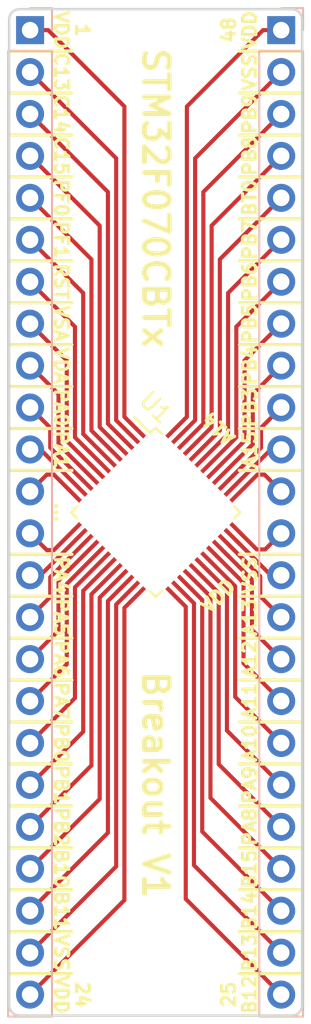
<source format=kicad_pcb>
(kicad_pcb (version 20171130) (host pcbnew "(5.0.0)")

  (general
    (thickness 1.6)
    (drawings 105)
    (tracks 178)
    (zones 0)
    (modules 3)
    (nets 49)
  )

  (page USLetter)
  (title_block
    (title "STM32F070CBTx Breakout")
    (date 2018-09-15)
    (rev 1)
    (company "Alex M.")
  )

  (layers
    (0 F.Cu signal)
    (31 B.Cu signal)
    (32 B.Adhes user)
    (33 F.Adhes user)
    (34 B.Paste user)
    (35 F.Paste user)
    (36 B.SilkS user)
    (37 F.SilkS user)
    (38 B.Mask user hide)
    (39 F.Mask user hide)
    (40 Dwgs.User user)
    (41 Cmts.User user)
    (42 Eco1.User user)
    (43 Eco2.User user)
    (44 Edge.Cuts user)
    (45 Margin user)
    (46 B.CrtYd user hide)
    (47 F.CrtYd user hide)
    (48 B.Fab user hide)
    (49 F.Fab user hide)
  )

  (setup
    (last_trace_width 0.25)
    (trace_clearance 0.2499)
    (zone_clearance 0.508)
    (zone_45_only no)
    (trace_min 0.2)
    (segment_width 0.2)
    (edge_width 0.15)
    (via_size 0.8)
    (via_drill 0.4)
    (via_min_size 0.4)
    (via_min_drill 0.3)
    (uvia_size 0.3)
    (uvia_drill 0.1)
    (uvias_allowed no)
    (uvia_min_size 0.2)
    (uvia_min_drill 0.1)
    (pcb_text_width 0.3)
    (pcb_text_size 1.5 1.5)
    (mod_edge_width 0.15)
    (mod_text_size 1 1)
    (mod_text_width 0.15)
    (pad_size 1.524 1.524)
    (pad_drill 0.762)
    (pad_to_mask_clearance 0.2)
    (aux_axis_origin 0 0)
    (visible_elements 7FFFFFFF)
    (pcbplotparams
      (layerselection 0x010fc_ffffffff)
      (usegerberextensions false)
      (usegerberattributes false)
      (usegerberadvancedattributes false)
      (creategerberjobfile false)
      (excludeedgelayer true)
      (linewidth 0.100000)
      (plotframeref false)
      (viasonmask false)
      (mode 1)
      (useauxorigin false)
      (hpglpennumber 1)
      (hpglpenspeed 20)
      (hpglpendiameter 15.000000)
      (psnegative false)
      (psa4output false)
      (plotreference true)
      (plotvalue true)
      (plotinvisibletext false)
      (padsonsilk false)
      (subtractmaskfromsilk false)
      (outputformat 1)
      (mirror false)
      (drillshape 1)
      (scaleselection 1)
      (outputdirectory ""))
  )

  (net 0 "")
  (net 1 1)
  (net 2 2)
  (net 3 3)
  (net 4 4)
  (net 5 5)
  (net 6 6)
  (net 7 7)
  (net 8 8)
  (net 9 9)
  (net 10 10)
  (net 11 11)
  (net 12 12)
  (net 13 13)
  (net 14 14)
  (net 15 15)
  (net 16 16)
  (net 17 17)
  (net 18 18)
  (net 19 19)
  (net 20 20)
  (net 21 21)
  (net 22 22)
  (net 23 23)
  (net 24 24)
  (net 25 25)
  (net 26 26)
  (net 27 27)
  (net 28 28)
  (net 29 29)
  (net 30 30)
  (net 31 31)
  (net 32 32)
  (net 33 33)
  (net 34 34)
  (net 35 35)
  (net 36 36)
  (net 37 37)
  (net 38 38)
  (net 39 39)
  (net 40 40)
  (net 41 41)
  (net 42 42)
  (net 43 43)
  (net 44 44)
  (net 45 45)
  (net 46 46)
  (net 47 47)
  (net 48 48)

  (net_class Default "This is the default net class."
    (clearance 0.2499)
    (trace_width 0.25)
    (via_dia 0.8)
    (via_drill 0.4)
    (uvia_dia 0.3)
    (uvia_drill 0.1)
    (add_net 1)
    (add_net 10)
    (add_net 11)
    (add_net 12)
    (add_net 13)
    (add_net 14)
    (add_net 15)
    (add_net 16)
    (add_net 17)
    (add_net 18)
    (add_net 19)
    (add_net 2)
    (add_net 20)
    (add_net 21)
    (add_net 22)
    (add_net 23)
    (add_net 24)
    (add_net 25)
    (add_net 26)
    (add_net 27)
    (add_net 28)
    (add_net 29)
    (add_net 3)
    (add_net 30)
    (add_net 31)
    (add_net 32)
    (add_net 33)
    (add_net 34)
    (add_net 35)
    (add_net 36)
    (add_net 37)
    (add_net 38)
    (add_net 39)
    (add_net 4)
    (add_net 40)
    (add_net 41)
    (add_net 42)
    (add_net 43)
    (add_net 44)
    (add_net 45)
    (add_net 46)
    (add_net 47)
    (add_net 48)
    (add_net 5)
    (add_net 6)
    (add_net 7)
    (add_net 8)
    (add_net 9)
  )

  (module Pin_Headers:Pin_Header_Straight_1x24_Pitch2.54mm (layer B.Cu) (tedit 5B9D5E3A) (tstamp 5B9D5E38)
    (at 144.78 73.66 180)
    (descr "Through hole straight pin header, 1x24, 2.54mm pitch, single row")
    (tags "Through hole pin header THT 1x24 2.54mm single row")
    (path /5B9D5E20)
    (fp_text reference X2 (at 0 2.33 180) (layer B.SilkS) hide
      (effects (font (size 1 1) (thickness 0.15)) (justify mirror))
    )
    (fp_text value Conn_01x24 (at 0 -60.75 180) (layer B.Fab)
      (effects (font (size 1 1) (thickness 0.15)) (justify mirror))
    )
    (fp_text user %R (at 0 -29.21 90) (layer B.Fab)
      (effects (font (size 1 1) (thickness 0.15)) (justify mirror))
    )
    (fp_line (start 1.8 1.8) (end -1.8 1.8) (layer B.CrtYd) (width 0.05))
    (fp_line (start 1.8 -60.2) (end 1.8 1.8) (layer B.CrtYd) (width 0.05))
    (fp_line (start -1.8 -60.2) (end 1.8 -60.2) (layer B.CrtYd) (width 0.05))
    (fp_line (start -1.8 1.8) (end -1.8 -60.2) (layer B.CrtYd) (width 0.05))
    (fp_line (start -1.33 1.33) (end 0 1.33) (layer B.SilkS) (width 0.12))
    (fp_line (start -1.33 0) (end -1.33 1.33) (layer B.SilkS) (width 0.12))
    (fp_line (start -1.33 -1.27) (end 1.33 -1.27) (layer B.SilkS) (width 0.12))
    (fp_line (start 1.33 -1.27) (end 1.33 -59.75) (layer B.SilkS) (width 0.12))
    (fp_line (start -1.33 -1.27) (end -1.33 -59.75) (layer B.SilkS) (width 0.12))
    (fp_line (start -1.33 -59.75) (end 1.33 -59.75) (layer B.SilkS) (width 0.12))
    (fp_line (start -1.27 0.635) (end -0.635 1.27) (layer B.Fab) (width 0.1))
    (fp_line (start -1.27 -59.69) (end -1.27 0.635) (layer B.Fab) (width 0.1))
    (fp_line (start 1.27 -59.69) (end -1.27 -59.69) (layer B.Fab) (width 0.1))
    (fp_line (start 1.27 1.27) (end 1.27 -59.69) (layer B.Fab) (width 0.1))
    (fp_line (start -0.635 1.27) (end 1.27 1.27) (layer B.Fab) (width 0.1))
    (pad 24 thru_hole oval (at 0 -58.42 180) (size 1.7 1.7) (drill 1) (layers *.Cu *.Mask)
      (net 25 25))
    (pad 23 thru_hole oval (at 0 -55.88 180) (size 1.7 1.7) (drill 1) (layers *.Cu *.Mask)
      (net 26 26))
    (pad 22 thru_hole oval (at 0 -53.34 180) (size 1.7 1.7) (drill 1) (layers *.Cu *.Mask)
      (net 27 27))
    (pad 21 thru_hole oval (at 0 -50.8 180) (size 1.7 1.7) (drill 1) (layers *.Cu *.Mask)
      (net 28 28))
    (pad 20 thru_hole oval (at 0 -48.26 180) (size 1.7 1.7) (drill 1) (layers *.Cu *.Mask)
      (net 29 29))
    (pad 19 thru_hole oval (at 0 -45.72 180) (size 1.7 1.7) (drill 1) (layers *.Cu *.Mask)
      (net 30 30))
    (pad 18 thru_hole oval (at 0 -43.18 180) (size 1.7 1.7) (drill 1) (layers *.Cu *.Mask)
      (net 31 31))
    (pad 17 thru_hole oval (at 0 -40.64 180) (size 1.7 1.7) (drill 1) (layers *.Cu *.Mask)
      (net 32 32))
    (pad 16 thru_hole oval (at 0 -38.1 180) (size 1.7 1.7) (drill 1) (layers *.Cu *.Mask)
      (net 33 33))
    (pad 15 thru_hole oval (at 0 -35.56 180) (size 1.7 1.7) (drill 1) (layers *.Cu *.Mask)
      (net 34 34))
    (pad 14 thru_hole oval (at 0 -33.02 180) (size 1.7 1.7) (drill 1) (layers *.Cu *.Mask)
      (net 35 35))
    (pad 13 thru_hole oval (at 0 -30.48 180) (size 1.7 1.7) (drill 1) (layers *.Cu *.Mask)
      (net 36 36))
    (pad 12 thru_hole oval (at 0 -27.94 180) (size 1.7 1.7) (drill 1) (layers *.Cu *.Mask)
      (net 37 37))
    (pad 11 thru_hole oval (at 0 -25.4 180) (size 1.7 1.7) (drill 1) (layers *.Cu *.Mask)
      (net 38 38))
    (pad 10 thru_hole oval (at 0 -22.86 180) (size 1.7 1.7) (drill 1) (layers *.Cu *.Mask)
      (net 39 39))
    (pad 9 thru_hole oval (at 0 -20.32 180) (size 1.7 1.7) (drill 1) (layers *.Cu *.Mask)
      (net 40 40))
    (pad 8 thru_hole oval (at 0 -17.78 180) (size 1.7 1.7) (drill 1) (layers *.Cu *.Mask)
      (net 41 41))
    (pad 7 thru_hole oval (at 0 -15.24 180) (size 1.7 1.7) (drill 1) (layers *.Cu *.Mask)
      (net 42 42))
    (pad 6 thru_hole oval (at 0 -12.7 180) (size 1.7 1.7) (drill 1) (layers *.Cu *.Mask)
      (net 43 43))
    (pad 5 thru_hole oval (at 0 -10.16 180) (size 1.7 1.7) (drill 1) (layers *.Cu *.Mask)
      (net 44 44))
    (pad 4 thru_hole oval (at 0 -7.62 180) (size 1.7 1.7) (drill 1) (layers *.Cu *.Mask)
      (net 45 45))
    (pad 3 thru_hole oval (at 0 -5.08 180) (size 1.7 1.7) (drill 1) (layers *.Cu *.Mask)
      (net 46 46))
    (pad 2 thru_hole oval (at 0 -2.54 180) (size 1.7 1.7) (drill 1) (layers *.Cu *.Mask)
      (net 47 47))
    (pad 1 thru_hole rect (at 0 0 180) (size 1.7 1.7) (drill 1) (layers *.Cu *.Mask)
      (net 48 48))
    (model ${KISYS3DMOD}/Pin_Headers.3dshapes/Pin_Header_Straight_1x24_Pitch2.54mm.wrl
      (at (xyz 0 0 0))
      (scale (xyz 1 1 1))
      (rotate (xyz 0 0 0))
    )
  )

  (module Pin_Headers:Pin_Header_Straight_1x24_Pitch2.54mm (layer B.Cu) (tedit 5B9D5E37) (tstamp 5B9D5E0C)
    (at 129.54 73.66 180)
    (descr "Through hole straight pin header, 1x24, 2.54mm pitch, single row")
    (tags "Through hole pin header THT 1x24 2.54mm single row")
    (path /5B9D5FC8)
    (fp_text reference X1 (at 0 2.33 180) (layer B.SilkS) hide
      (effects (font (size 1 1) (thickness 0.15)) (justify mirror))
    )
    (fp_text value Conn_01x24 (at 0 -60.75 180) (layer B.Fab)
      (effects (font (size 1 1) (thickness 0.15)) (justify mirror))
    )
    (fp_line (start -0.635 1.27) (end 1.27 1.27) (layer B.Fab) (width 0.1))
    (fp_line (start 1.27 1.27) (end 1.27 -59.69) (layer B.Fab) (width 0.1))
    (fp_line (start 1.27 -59.69) (end -1.27 -59.69) (layer B.Fab) (width 0.1))
    (fp_line (start -1.27 -59.69) (end -1.27 0.635) (layer B.Fab) (width 0.1))
    (fp_line (start -1.27 0.635) (end -0.635 1.27) (layer B.Fab) (width 0.1))
    (fp_line (start -1.33 -59.75) (end 1.33 -59.75) (layer B.SilkS) (width 0.12))
    (fp_line (start -1.33 -1.27) (end -1.33 -59.75) (layer B.SilkS) (width 0.12))
    (fp_line (start 1.33 -1.27) (end 1.33 -59.75) (layer B.SilkS) (width 0.12))
    (fp_line (start -1.33 -1.27) (end 1.33 -1.27) (layer B.SilkS) (width 0.12))
    (fp_line (start -1.33 0) (end -1.33 1.33) (layer B.SilkS) (width 0.12))
    (fp_line (start -1.33 1.33) (end 0 1.33) (layer B.SilkS) (width 0.12))
    (fp_line (start -1.8 1.8) (end -1.8 -60.2) (layer B.CrtYd) (width 0.05))
    (fp_line (start -1.8 -60.2) (end 1.8 -60.2) (layer B.CrtYd) (width 0.05))
    (fp_line (start 1.8 -60.2) (end 1.8 1.8) (layer B.CrtYd) (width 0.05))
    (fp_line (start 1.8 1.8) (end -1.8 1.8) (layer B.CrtYd) (width 0.05))
    (fp_text user %R (at 0 -29.21 90) (layer B.Fab)
      (effects (font (size 1 1) (thickness 0.15)) (justify mirror))
    )
    (pad 1 thru_hole rect (at 0 0 180) (size 1.7 1.7) (drill 1) (layers *.Cu *.Mask)
      (net 1 1))
    (pad 2 thru_hole oval (at 0 -2.54 180) (size 1.7 1.7) (drill 1) (layers *.Cu *.Mask)
      (net 2 2))
    (pad 3 thru_hole oval (at 0 -5.08 180) (size 1.7 1.7) (drill 1) (layers *.Cu *.Mask)
      (net 3 3))
    (pad 4 thru_hole oval (at 0 -7.62 180) (size 1.7 1.7) (drill 1) (layers *.Cu *.Mask)
      (net 4 4))
    (pad 5 thru_hole oval (at 0 -10.16 180) (size 1.7 1.7) (drill 1) (layers *.Cu *.Mask)
      (net 5 5))
    (pad 6 thru_hole oval (at 0 -12.7 180) (size 1.7 1.7) (drill 1) (layers *.Cu *.Mask)
      (net 6 6))
    (pad 7 thru_hole oval (at 0 -15.24 180) (size 1.7 1.7) (drill 1) (layers *.Cu *.Mask)
      (net 7 7))
    (pad 8 thru_hole oval (at 0 -17.78 180) (size 1.7 1.7) (drill 1) (layers *.Cu *.Mask)
      (net 8 8))
    (pad 9 thru_hole oval (at 0 -20.32 180) (size 1.7 1.7) (drill 1) (layers *.Cu *.Mask)
      (net 9 9))
    (pad 10 thru_hole oval (at 0 -22.86 180) (size 1.7 1.7) (drill 1) (layers *.Cu *.Mask)
      (net 10 10))
    (pad 11 thru_hole oval (at 0 -25.4 180) (size 1.7 1.7) (drill 1) (layers *.Cu *.Mask)
      (net 11 11))
    (pad 12 thru_hole oval (at 0 -27.94 180) (size 1.7 1.7) (drill 1) (layers *.Cu *.Mask)
      (net 12 12))
    (pad 13 thru_hole oval (at 0 -30.48 180) (size 1.7 1.7) (drill 1) (layers *.Cu *.Mask)
      (net 13 13))
    (pad 14 thru_hole oval (at 0 -33.02 180) (size 1.7 1.7) (drill 1) (layers *.Cu *.Mask)
      (net 14 14))
    (pad 15 thru_hole oval (at 0 -35.56 180) (size 1.7 1.7) (drill 1) (layers *.Cu *.Mask)
      (net 15 15))
    (pad 16 thru_hole oval (at 0 -38.1 180) (size 1.7 1.7) (drill 1) (layers *.Cu *.Mask)
      (net 16 16))
    (pad 17 thru_hole oval (at 0 -40.64 180) (size 1.7 1.7) (drill 1) (layers *.Cu *.Mask)
      (net 17 17))
    (pad 18 thru_hole oval (at 0 -43.18 180) (size 1.7 1.7) (drill 1) (layers *.Cu *.Mask)
      (net 18 18))
    (pad 19 thru_hole oval (at 0 -45.72 180) (size 1.7 1.7) (drill 1) (layers *.Cu *.Mask)
      (net 19 19))
    (pad 20 thru_hole oval (at 0 -48.26 180) (size 1.7 1.7) (drill 1) (layers *.Cu *.Mask)
      (net 20 20))
    (pad 21 thru_hole oval (at 0 -50.8 180) (size 1.7 1.7) (drill 1) (layers *.Cu *.Mask)
      (net 21 21))
    (pad 22 thru_hole oval (at 0 -53.34 180) (size 1.7 1.7) (drill 1) (layers *.Cu *.Mask)
      (net 22 22))
    (pad 23 thru_hole oval (at 0 -55.88 180) (size 1.7 1.7) (drill 1) (layers *.Cu *.Mask)
      (net 23 23))
    (pad 24 thru_hole oval (at 0 -58.42 180) (size 1.7 1.7) (drill 1) (layers *.Cu *.Mask)
      (net 24 24))
    (model ${KISYS3DMOD}/Pin_Headers.3dshapes/Pin_Header_Straight_1x24_Pitch2.54mm.wrl
      (at (xyz 0 0 0))
      (scale (xyz 1 1 1))
      (rotate (xyz 0 0 0))
    )
  )

  (module Housings_QFP:LQFP-48_7x7mm_Pitch0.5mm (layer F.Cu) (tedit 54130A77) (tstamp 5B9D6929)
    (at 137.16 102.87 315)
    (descr "48 LEAD LQFP 7x7mm (see MICREL LQFP7x7-48LD-PL-1.pdf)")
    (tags "QFP 0.5")
    (path /5B9D53D4)
    (attr smd)
    (fp_text reference U1 (at -4.490128 -4.490128 315) (layer F.SilkS)
      (effects (font (size 1 1) (thickness 0.15)))
    )
    (fp_text value STM32F070CBTx (at 0 6 315) (layer F.Fab)
      (effects (font (size 1 1) (thickness 0.15)))
    )
    (fp_text user %R (at 0 0 315) (layer F.Fab)
      (effects (font (size 1 1) (thickness 0.15)))
    )
    (fp_line (start -2.5 -3.5) (end 3.5 -3.5) (layer F.Fab) (width 0.15))
    (fp_line (start 3.5 -3.5) (end 3.5 3.5) (layer F.Fab) (width 0.15))
    (fp_line (start 3.5 3.5) (end -3.5 3.5) (layer F.Fab) (width 0.15))
    (fp_line (start -3.5 3.5) (end -3.5 -2.5) (layer F.Fab) (width 0.15))
    (fp_line (start -3.5 -2.5) (end -2.5 -3.5) (layer F.Fab) (width 0.15))
    (fp_line (start -5.25 -5.25) (end -5.25 5.25) (layer F.CrtYd) (width 0.05))
    (fp_line (start 5.25 -5.25) (end 5.25 5.25) (layer F.CrtYd) (width 0.05))
    (fp_line (start -5.25 -5.25) (end 5.25 -5.25) (layer F.CrtYd) (width 0.05))
    (fp_line (start -5.25 5.25) (end 5.25 5.25) (layer F.CrtYd) (width 0.05))
    (fp_line (start -3.625 -3.625) (end -3.625 -3.175) (layer F.SilkS) (width 0.15))
    (fp_line (start 3.625 -3.625) (end 3.625 -3.1) (layer F.SilkS) (width 0.15))
    (fp_line (start 3.625 3.625) (end 3.625 3.1) (layer F.SilkS) (width 0.15))
    (fp_line (start -3.625 3.625) (end -3.625 3.1) (layer F.SilkS) (width 0.15))
    (fp_line (start -3.625 -3.625) (end -3.1 -3.625) (layer F.SilkS) (width 0.15))
    (fp_line (start -3.625 3.625) (end -3.1 3.625) (layer F.SilkS) (width 0.15))
    (fp_line (start 3.625 3.625) (end 3.1 3.625) (layer F.SilkS) (width 0.15))
    (fp_line (start 3.625 -3.625) (end 3.1 -3.625) (layer F.SilkS) (width 0.15))
    (fp_line (start -3.625 -3.175) (end -5 -3.175) (layer F.SilkS) (width 0.15))
    (pad 1 smd rect (at -4.35 -2.75 315) (size 1.3 0.25) (layers F.Cu F.Paste F.Mask)
      (net 1 1))
    (pad 2 smd rect (at -4.35 -2.25 315) (size 1.3 0.25) (layers F.Cu F.Paste F.Mask)
      (net 2 2))
    (pad 3 smd rect (at -4.35 -1.749999 315) (size 1.3 0.25) (layers F.Cu F.Paste F.Mask)
      (net 3 3))
    (pad 4 smd rect (at -4.35 -1.25 315) (size 1.3 0.25) (layers F.Cu F.Paste F.Mask)
      (net 4 4))
    (pad 5 smd rect (at -4.35 -0.750001 315) (size 1.3 0.25) (layers F.Cu F.Paste F.Mask)
      (net 5 5))
    (pad 6 smd rect (at -4.35 -0.25 315) (size 1.3 0.25) (layers F.Cu F.Paste F.Mask)
      (net 6 6))
    (pad 7 smd rect (at -4.35 0.25 315) (size 1.3 0.25) (layers F.Cu F.Paste F.Mask)
      (net 7 7))
    (pad 8 smd rect (at -4.35 0.750001 315) (size 1.3 0.25) (layers F.Cu F.Paste F.Mask)
      (net 8 8))
    (pad 9 smd rect (at -4.35 1.25 315) (size 1.3 0.25) (layers F.Cu F.Paste F.Mask)
      (net 9 9))
    (pad 10 smd rect (at -4.35 1.749999 315) (size 1.3 0.25) (layers F.Cu F.Paste F.Mask)
      (net 10 10))
    (pad 11 smd rect (at -4.35 2.25 315) (size 1.3 0.25) (layers F.Cu F.Paste F.Mask)
      (net 11 11))
    (pad 12 smd rect (at -4.35 2.75 315) (size 1.3 0.25) (layers F.Cu F.Paste F.Mask)
      (net 12 12))
    (pad 13 smd rect (at -2.75 4.35 45) (size 1.3 0.25) (layers F.Cu F.Paste F.Mask)
      (net 13 13))
    (pad 14 smd rect (at -2.25 4.35 45) (size 1.3 0.25) (layers F.Cu F.Paste F.Mask)
      (net 14 14))
    (pad 15 smd rect (at -1.749999 4.35 45) (size 1.3 0.25) (layers F.Cu F.Paste F.Mask)
      (net 15 15))
    (pad 16 smd rect (at -1.25 4.35 45) (size 1.3 0.25) (layers F.Cu F.Paste F.Mask)
      (net 16 16))
    (pad 17 smd rect (at -0.750001 4.35 45) (size 1.3 0.25) (layers F.Cu F.Paste F.Mask)
      (net 17 17))
    (pad 18 smd rect (at -0.25 4.35 45) (size 1.3 0.25) (layers F.Cu F.Paste F.Mask)
      (net 18 18))
    (pad 19 smd rect (at 0.25 4.35 45) (size 1.3 0.25) (layers F.Cu F.Paste F.Mask)
      (net 19 19))
    (pad 20 smd rect (at 0.750001 4.35 45) (size 1.3 0.25) (layers F.Cu F.Paste F.Mask)
      (net 20 20))
    (pad 21 smd rect (at 1.25 4.35 45) (size 1.3 0.25) (layers F.Cu F.Paste F.Mask)
      (net 21 21))
    (pad 22 smd rect (at 1.749999 4.35 45) (size 1.3 0.25) (layers F.Cu F.Paste F.Mask)
      (net 22 22))
    (pad 23 smd rect (at 2.25 4.35 45) (size 1.3 0.25) (layers F.Cu F.Paste F.Mask)
      (net 23 23))
    (pad 24 smd rect (at 2.75 4.35 45) (size 1.3 0.25) (layers F.Cu F.Paste F.Mask)
      (net 24 24))
    (pad 25 smd rect (at 4.35 2.75 315) (size 1.3 0.25) (layers F.Cu F.Paste F.Mask)
      (net 25 25))
    (pad 26 smd rect (at 4.35 2.25 315) (size 1.3 0.25) (layers F.Cu F.Paste F.Mask)
      (net 26 26))
    (pad 27 smd rect (at 4.35 1.749999 315) (size 1.3 0.25) (layers F.Cu F.Paste F.Mask)
      (net 27 27))
    (pad 28 smd rect (at 4.35 1.25 315) (size 1.3 0.25) (layers F.Cu F.Paste F.Mask)
      (net 28 28))
    (pad 29 smd rect (at 4.35 0.750001 315) (size 1.3 0.25) (layers F.Cu F.Paste F.Mask)
      (net 29 29))
    (pad 30 smd rect (at 4.35 0.25 315) (size 1.3 0.25) (layers F.Cu F.Paste F.Mask)
      (net 30 30))
    (pad 31 smd rect (at 4.35 -0.25 315) (size 1.3 0.25) (layers F.Cu F.Paste F.Mask)
      (net 31 31))
    (pad 32 smd rect (at 4.35 -0.750001 315) (size 1.3 0.25) (layers F.Cu F.Paste F.Mask)
      (net 32 32))
    (pad 33 smd rect (at 4.35 -1.25 315) (size 1.3 0.25) (layers F.Cu F.Paste F.Mask)
      (net 33 33))
    (pad 34 smd rect (at 4.35 -1.749999 315) (size 1.3 0.25) (layers F.Cu F.Paste F.Mask)
      (net 34 34))
    (pad 35 smd rect (at 4.35 -2.25 315) (size 1.3 0.25) (layers F.Cu F.Paste F.Mask)
      (net 35 35))
    (pad 36 smd rect (at 4.35 -2.75 315) (size 1.3 0.25) (layers F.Cu F.Paste F.Mask)
      (net 36 36))
    (pad 37 smd rect (at 2.75 -4.35 45) (size 1.3 0.25) (layers F.Cu F.Paste F.Mask)
      (net 37 37))
    (pad 38 smd rect (at 2.25 -4.35 45) (size 1.3 0.25) (layers F.Cu F.Paste F.Mask)
      (net 38 38))
    (pad 39 smd rect (at 1.749999 -4.35 45) (size 1.3 0.25) (layers F.Cu F.Paste F.Mask)
      (net 39 39))
    (pad 40 smd rect (at 1.25 -4.35 45) (size 1.3 0.25) (layers F.Cu F.Paste F.Mask)
      (net 40 40))
    (pad 41 smd rect (at 0.750001 -4.35 45) (size 1.3 0.25) (layers F.Cu F.Paste F.Mask)
      (net 41 41))
    (pad 42 smd rect (at 0.25 -4.35 45) (size 1.3 0.25) (layers F.Cu F.Paste F.Mask)
      (net 42 42))
    (pad 43 smd rect (at -0.25 -4.35 45) (size 1.3 0.25) (layers F.Cu F.Paste F.Mask)
      (net 43 43))
    (pad 44 smd rect (at -0.750001 -4.35 45) (size 1.3 0.25) (layers F.Cu F.Paste F.Mask)
      (net 44 44))
    (pad 45 smd rect (at -1.25 -4.35 45) (size 1.3 0.25) (layers F.Cu F.Paste F.Mask)
      (net 45 45))
    (pad 46 smd rect (at -1.749999 -4.35 45) (size 1.3 0.25) (layers F.Cu F.Paste F.Mask)
      (net 46 46))
    (pad 47 smd rect (at -2.25 -4.35 45) (size 1.3 0.25) (layers F.Cu F.Paste F.Mask)
      (net 47 47))
    (pad 48 smd rect (at -2.75 -4.35 45) (size 1.3 0.25) (layers F.Cu F.Paste F.Mask)
      (net 48 48))
    (model ${KISYS3DMOD}/Housings_QFP.3dshapes/LQFP-48_7x7mm_Pitch0.5mm.wrl
      (at (xyz 0 0 0))
      (scale (xyz 1 1 1))
      (rotate (xyz 0 0 0))
    )
  )

  (gr_text "Breakout V1" (at 137.16 119.38 270) (layer F.SilkS) (tstamp 5B9D848F)
    (effects (font (size 1.5 1.5) (thickness 0.3)))
  )
  (gr_text STM32F070CBTx (at 137.16 83.82 270) (layer F.SilkS) (tstamp 5B9D848A)
    (effects (font (size 1.5 1.5) (thickness 0.3)))
  )
  (gr_text VDD (at 142.875 73.66 90) (layer F.SilkS) (tstamp 5B9D8470)
    (effects (font (size 0.8 0.8) (thickness 0.2)))
  )
  (gr_text VSS (at 142.875 76.2 90) (layer F.SilkS) (tstamp 5B9D846E)
    (effects (font (size 0.8 0.8) (thickness 0.2)))
  )
  (gr_text PB9 (at 142.875 78.74 90) (layer F.SilkS) (tstamp 5B9D846C)
    (effects (font (size 0.8 0.8) (thickness 0.2)))
  )
  (gr_text PB8 (at 142.875 81.28 90) (layer F.SilkS) (tstamp 5B9D8458)
    (effects (font (size 0.8 0.8) (thickness 0.2)))
  )
  (gr_text BT0 (at 142.875 83.82 90) (layer F.SilkS) (tstamp 5B9D8456)
    (effects (font (size 0.8 0.8) (thickness 0.2)))
  )
  (gr_text PB7 (at 142.875 86.36 90) (layer F.SilkS) (tstamp 5B9D8454)
    (effects (font (size 0.8 0.8) (thickness 0.2)))
  )
  (gr_text PB6 (at 142.875 88.9 90) (layer F.SilkS) (tstamp 5B9D8452)
    (effects (font (size 0.8 0.8) (thickness 0.2)))
  )
  (gr_text PB5 (at 142.875 91.44 90) (layer F.SilkS) (tstamp 5B9D8404)
    (effects (font (size 0.8 0.8) (thickness 0.2)))
  )
  (gr_text PB4 (at 142.875 93.98 90) (layer F.SilkS) (tstamp 5B9D8402)
    (effects (font (size 0.8 0.8) (thickness 0.2)))
  )
  (gr_text A14 (at 140.97 97.79 135) (layer F.SilkS) (tstamp 5B9D82DE)
    (effects (font (size 0.8 0.8) (thickness 0.2)))
  )
  (gr_text VDD (at 140.97 107.95 45) (layer F.SilkS) (tstamp 5B9D82DC)
    (effects (font (size 0.8 0.8) (thickness 0.2)))
  )
  (gr_text A15 (at 142.875 99.06 90) (layer F.SilkS) (tstamp 5B9D824B)
    (effects (font (size 0.8 0.8) (thickness 0.2)))
  )
  (gr_line (start 142.24 100.33) (end 146.05 100.33) (layer F.SilkS) (width 0.2) (tstamp 5B9D8173))
  (gr_text PB3 (at 142.875 96.52 90) (layer F.SilkS) (tstamp 5B9D8048)
    (effects (font (size 0.8 0.8) (thickness 0.2)))
  )
  (gr_line (start 142.24 105.41) (end 146.05 105.41) (layer F.SilkS) (width 0.2) (tstamp 5B9D7FFF))
  (gr_text VSS (at 142.875 106.68 90) (layer F.SilkS) (tstamp 5B9D7FB6)
    (effects (font (size 0.8 0.8) (thickness 0.2)))
  )
  (gr_text A13 (at 142.875 109.22 90) (layer F.SilkS) (tstamp 5B9D7FB4)
    (effects (font (size 0.8 0.8) (thickness 0.2)))
  )
  (gr_text A12 (at 142.875 111.76 90) (layer F.SilkS) (tstamp 5B9D7FB2)
    (effects (font (size 0.8 0.8) (thickness 0.2)))
  )
  (gr_text A11 (at 142.875 114.3 90) (layer F.SilkS) (tstamp 5B9D7FB0)
    (effects (font (size 0.8 0.8) (thickness 0.2)))
  )
  (gr_text A10 (at 142.875 116.84 90) (layer F.SilkS) (tstamp 5B9D7FAE)
    (effects (font (size 0.8 0.8) (thickness 0.2)))
  )
  (gr_text PA9 (at 142.875 119.38 90) (layer F.SilkS) (tstamp 5B9D7FAC)
    (effects (font (size 0.8 0.8) (thickness 0.2)))
  )
  (gr_text 48 (at 141.605 73.66 90) (layer F.SilkS) (tstamp 5B9D7F9E)
    (effects (font (size 0.8 0.8) (thickness 0.2)))
  )
  (gr_text 25 (at 141.605 132.08 90) (layer F.SilkS) (tstamp 5B9D7F98)
    (effects (font (size 0.8 0.8) (thickness 0.2)))
  )
  (gr_text 24 (at 132.715 132.08 270) (layer F.SilkS) (tstamp 5B9D7F94)
    (effects (font (size 0.8 0.8) (thickness 0.2)))
  )
  (gr_text 1 (at 132.715 73.66 270) (layer F.SilkS) (tstamp 5B9D7F8F)
    (effects (font (size 0.8 0.8) (thickness 0.2)))
  )
  (gr_text PA8 (at 142.875 121.92 90) (layer F.SilkS) (tstamp 5B9D7F8B)
    (effects (font (size 0.8 0.8) (thickness 0.2)))
  )
  (gr_text B15 (at 142.875 124.46 90) (layer F.SilkS) (tstamp 5B9D7F89)
    (effects (font (size 0.8 0.8) (thickness 0.2)))
  )
  (gr_text B14 (at 142.875 127 90) (layer F.SilkS) (tstamp 5B9D7F87)
    (effects (font (size 0.8 0.8) (thickness 0.2)))
  )
  (gr_text B13 (at 142.875 129.54 90) (layer F.SilkS) (tstamp 5B9D7F85)
    (effects (font (size 0.8 0.8) (thickness 0.2)))
  )
  (gr_text B12 (at 142.875 132.08 90) (layer F.SilkS) (tstamp 5B9D7F7F)
    (effects (font (size 0.8 0.8) (thickness 0.2)))
  )
  (gr_text ... (at 131.445 102.87 270) (layer F.SilkS) (tstamp 5B9D7EE9)
    (effects (font (size 0.8 0.8) (thickness 0.2)))
  )
  (gr_line (start 128.27 105.41) (end 132.08 105.41) (layer F.SilkS) (width 0.2) (tstamp 5B9D7D80))
  (gr_line (start 128.27 100.33) (end 132.08 100.33) (layer F.SilkS) (width 0.2) (tstamp 5B9D7D7E))
  (gr_text PA1 (at 131.445 99.06 270) (layer F.SilkS) (tstamp 5B9D7D35)
    (effects (font (size 0.8 0.8) (thickness 0.2)))
  )
  (gr_text PA4 (at 131.445 106.68 270) (layer F.SilkS) (tstamp 5B9D7D33)
    (effects (font (size 0.8 0.8) (thickness 0.2)))
  )
  (gr_text VDD (at 131.445 132.08 270) (layer F.SilkS) (tstamp 5B9D7D1B)
    (effects (font (size 0.8 0.8) (thickness 0.2)))
  )
  (gr_text VSS (at 131.445 129.54 270) (layer F.SilkS) (tstamp 5B9D7D19)
    (effects (font (size 0.8 0.8) (thickness 0.2)))
  )
  (gr_text B11 (at 131.445 127 270) (layer F.SilkS) (tstamp 5B9D7D17)
    (effects (font (size 0.8 0.8) (thickness 0.2)))
  )
  (gr_text B10 (at 131.445 124.46 270) (layer F.SilkS) (tstamp 5B9D7D15)
    (effects (font (size 0.8 0.8) (thickness 0.2)))
  )
  (gr_text PB2 (at 131.445 121.92 270) (layer F.SilkS) (tstamp 5B9D7D13)
    (effects (font (size 0.8 0.8) (thickness 0.2)))
  )
  (gr_text PB1 (at 131.445 119.38 270) (layer F.SilkS) (tstamp 5B9D7D11)
    (effects (font (size 0.8 0.8) (thickness 0.2)))
  )
  (gr_text PB0 (at 131.445 116.84 270) (layer F.SilkS) (tstamp 5B9D7D0F)
    (effects (font (size 0.8 0.8) (thickness 0.2)))
  )
  (gr_text PA7 (at 131.445 114.3 270) (layer F.SilkS) (tstamp 5B9D7D07)
    (effects (font (size 0.8 0.8) (thickness 0.2)))
  )
  (gr_text PA6 (at 131.445 111.76 270) (layer F.SilkS) (tstamp 5B9D7CBC)
    (effects (font (size 0.8 0.8) (thickness 0.2)))
  )
  (gr_text PA5 (at 131.445 109.22 270) (layer F.SilkS) (tstamp 5B9D7CBA)
    (effects (font (size 0.8 0.8) (thickness 0.2)))
  )
  (gr_line (start 142.24 74.93) (end 146.05 74.93) (layer F.SilkS) (width 0.2) (tstamp 5B9D7C71))
  (gr_line (start 142.24 77.47) (end 146.05 77.47) (layer F.SilkS) (width 0.2) (tstamp 5B9D7C6F))
  (gr_line (start 142.24 80.01) (end 146.05 80.01) (layer F.SilkS) (width 0.2) (tstamp 5B9D7C6D))
  (gr_line (start 142.24 82.55) (end 146.05 82.55) (layer F.SilkS) (width 0.2) (tstamp 5B9D7C6B))
  (gr_line (start 142.24 85.09) (end 146.05 85.09) (layer F.SilkS) (width 0.2) (tstamp 5B9D7C69))
  (gr_line (start 142.24 87.63) (end 146.05 87.63) (layer F.SilkS) (width 0.2) (tstamp 5B9D7C67))
  (gr_line (start 142.24 90.17) (end 146.05 90.17) (layer F.SilkS) (width 0.2) (tstamp 5B9D7C65))
  (gr_line (start 142.24 92.71) (end 146.05 92.71) (layer F.SilkS) (width 0.2) (tstamp 5B9D7C63))
  (gr_line (start 142.24 95.25) (end 146.05 95.25) (layer F.SilkS) (width 0.2) (tstamp 5B9D7B8B))
  (gr_line (start 142.24 97.79) (end 146.05 97.79) (layer F.SilkS) (width 0.2) (tstamp 5B9D7B89))
  (gr_line (start 142.24 107.95) (end 146.05 107.95) (layer F.SilkS) (width 0.2) (tstamp 5B9D7B87))
  (gr_line (start 142.24 110.49) (end 146.05 110.49) (layer F.SilkS) (width 0.2) (tstamp 5B9D7B85))
  (gr_line (start 142.24 113.03) (end 146.05 113.03) (layer F.SilkS) (width 0.2) (tstamp 5B9D7B83))
  (gr_line (start 142.24 115.57) (end 146.05 115.57) (layer F.SilkS) (width 0.2) (tstamp 5B9D7B81))
  (gr_line (start 142.24 118.11) (end 146.05 118.11) (layer F.SilkS) (width 0.2) (tstamp 5B9D7B7F))
  (gr_line (start 142.24 120.65) (end 146.05 120.65) (layer F.SilkS) (width 0.2) (tstamp 5B9D7B7D))
  (gr_line (start 142.24 123.19) (end 146.05 123.19) (layer F.SilkS) (width 0.2) (tstamp 5B9D7B7B))
  (gr_line (start 142.24 125.73) (end 146.05 125.73) (layer F.SilkS) (width 0.2) (tstamp 5B9D7B79))
  (gr_line (start 142.24 128.27) (end 146.05 128.27) (layer F.SilkS) (width 0.2) (tstamp 5B9D7B77))
  (gr_line (start 142.24 130.81) (end 146.05 130.81) (layer F.SilkS) (width 0.2) (tstamp 5B9D7B75))
  (gr_line (start 128.27 130.81) (end 132.08 130.81) (layer F.SilkS) (width 0.2) (tstamp 5B9D7B73))
  (gr_line (start 128.27 128.27) (end 132.08 128.27) (layer F.SilkS) (width 0.2) (tstamp 5B9D7B71))
  (gr_line (start 128.27 125.73) (end 132.08 125.73) (layer F.SilkS) (width 0.2) (tstamp 5B9D7B6F))
  (gr_line (start 128.27 123.19) (end 132.08 123.19) (layer F.SilkS) (width 0.2) (tstamp 5B9D7B6D))
  (gr_line (start 128.27 120.65) (end 132.08 120.65) (layer F.SilkS) (width 0.2) (tstamp 5B9D7B6B))
  (gr_line (start 128.27 118.11) (end 132.08 118.11) (layer F.SilkS) (width 0.2) (tstamp 5B9D7B69))
  (gr_line (start 128.27 115.57) (end 132.08 115.57) (layer F.SilkS) (width 0.2) (tstamp 5B9D7B67))
  (gr_line (start 128.27 113.03) (end 132.08 113.03) (layer F.SilkS) (width 0.2) (tstamp 5B9D7B65))
  (gr_line (start 128.27 110.49) (end 132.08 110.49) (layer F.SilkS) (width 0.2) (tstamp 5B9D7B63))
  (gr_line (start 128.27 107.95) (end 132.08 107.95) (layer F.SilkS) (width 0.2) (tstamp 5B9D7B61))
  (gr_text PA0 (at 131.445 96.52 270) (layer F.SilkS) (tstamp 5B9D7962)
    (effects (font (size 0.8 0.8) (thickness 0.2)))
  )
  (gr_text VDA (at 131.445 93.98 270) (layer F.SilkS) (tstamp 5B9D7960)
    (effects (font (size 0.8 0.8) (thickness 0.2)))
  )
  (gr_text VSA (at 131.445 91.44 270) (layer F.SilkS) (tstamp 5B9D795E)
    (effects (font (size 0.8 0.8) (thickness 0.2)))
  )
  (gr_text RST (at 131.445 88.9 270) (layer F.SilkS) (tstamp 5B9D795C)
    (effects (font (size 0.8 0.8) (thickness 0.2)))
  )
  (gr_line (start 128.27 97.79) (end 132.08 97.79) (layer F.SilkS) (width 0.2))
  (gr_line (start 128.27 95.25) (end 132.08 95.25) (layer F.SilkS) (width 0.2))
  (gr_line (start 128.27 92.71) (end 132.08 92.71) (layer F.SilkS) (width 0.2))
  (gr_line (start 128.27 90.17) (end 132.08 90.17) (layer F.SilkS) (width 0.2))
  (gr_line (start 128.27 87.63) (end 132.08 87.63) (layer F.SilkS) (width 0.2))
  (gr_text PF1 (at 131.445 86.36 270) (layer F.SilkS) (tstamp 5B9D794B)
    (effects (font (size 0.8 0.8) (thickness 0.2)))
  )
  (gr_text PF0 (at 131.445 83.82 270) (layer F.SilkS) (tstamp 5B9D7949)
    (effects (font (size 0.8 0.8) (thickness 0.2)))
  )
  (gr_line (start 128.27 85.09) (end 132.08 85.09) (layer F.SilkS) (width 0.2))
  (gr_line (start 128.27 82.55) (end 132.08 82.55) (layer F.SilkS) (width 0.2))
  (gr_line (start 128.27 80.01) (end 132.08 80.01) (layer F.SilkS) (width 0.2))
  (gr_text C15 (at 131.445 81.28 270) (layer F.SilkS) (tstamp 5B9D7933)
    (effects (font (size 0.8 0.8) (thickness 0.2)))
  )
  (gr_text C14 (at 131.445 78.74 270) (layer F.SilkS) (tstamp 5B9D7931)
    (effects (font (size 0.8 0.8) (thickness 0.2)))
  )
  (gr_text C13 (at 131.445 76.2 270) (layer F.SilkS) (tstamp 5B9D792F)
    (effects (font (size 0.8 0.8) (thickness 0.2)))
  )
  (gr_text VDD (at 131.445 73.66 270) (layer F.SilkS)
    (effects (font (size 0.8 0.8) (thickness 0.2)))
  )
  (gr_line (start 128.27 77.47) (end 132.08 77.47) (layer F.SilkS) (width 0.2))
  (gr_line (start 128.27 74.93) (end 132.08 74.93) (layer F.SilkS) (width 0.2))
  (gr_line (start 128.27 73.025) (end 128.27 132.715) (layer Edge.Cuts) (width 0.15))
  (gr_line (start 145.415 72.39) (end 128.905 72.39) (layer Edge.Cuts) (width 0.15))
  (gr_line (start 146.05 132.715) (end 146.05 73.025) (layer Edge.Cuts) (width 0.15))
  (gr_line (start 128.905 133.35) (end 145.415 133.35) (layer Edge.Cuts) (width 0.15))
  (gr_arc (start 145.415 132.715) (end 145.415 133.35) (angle -90) (layer Edge.Cuts) (width 0.15))
  (gr_arc (start 128.905 132.715) (end 128.27 132.715) (angle -90) (layer Edge.Cuts) (width 0.15))
  (gr_arc (start 128.905 73.025) (end 128.905 72.39) (angle -90) (layer Edge.Cuts) (width 0.15))
  (gr_arc (start 145.415 73.025) (end 146.05 73.025) (angle -90) (layer Edge.Cuts) (width 0.15))

  (segment (start 130.64 73.66) (end 129.54 73.66) (width 0.25) (layer F.Cu) (net 1))
  (segment (start 135.264091 78.284091) (end 130.64 73.66) (width 0.25) (layer F.Cu) (net 1))
  (segment (start 135.264091 97.085004) (end 135.264091 78.284091) (width 0.25) (layer F.Cu) (net 1))
  (segment (start 136.028629 97.849542) (end 135.264091 97.085004) (width 0.25) (layer F.Cu) (net 1))
  (segment (start 130.389999 77.049999) (end 129.54 76.2) (width 0.25) (layer F.Cu) (net 2))
  (segment (start 134.764181 81.424181) (end 130.389999 77.049999) (width 0.25) (layer F.Cu) (net 2))
  (segment (start 134.764181 97.2922) (end 134.764181 81.424181) (width 0.25) (layer F.Cu) (net 2))
  (segment (start 135.675076 98.203095) (end 134.764181 97.2922) (width 0.25) (layer F.Cu) (net 2))
  (segment (start 130.389999 79.589999) (end 129.54 78.74) (width 0.25) (layer F.Cu) (net 3))
  (segment (start 134.264271 83.464271) (end 130.389999 79.589999) (width 0.25) (layer F.Cu) (net 3))
  (segment (start 134.264271 97.499398) (end 134.264271 83.464271) (width 0.25) (layer F.Cu) (net 3))
  (segment (start 135.321522 98.556649) (end 134.264271 97.499398) (width 0.25) (layer F.Cu) (net 3))
  (segment (start 130.389999 82.129999) (end 129.54 81.28) (width 0.25) (layer F.Cu) (net 4))
  (segment (start 133.764361 85.504361) (end 130.389999 82.129999) (width 0.25) (layer F.Cu) (net 4))
  (segment (start 133.764361 97.706594) (end 133.764361 85.504361) (width 0.25) (layer F.Cu) (net 4))
  (segment (start 134.967969 98.910202) (end 133.764361 97.706594) (width 0.25) (layer F.Cu) (net 4))
  (segment (start 130.389999 84.669999) (end 129.54 83.82) (width 0.25) (layer F.Cu) (net 5))
  (segment (start 133.264451 87.544451) (end 130.389999 84.669999) (width 0.25) (layer F.Cu) (net 5))
  (segment (start 133.264451 97.91379) (end 133.264451 87.544451) (width 0.25) (layer F.Cu) (net 5))
  (segment (start 134.614416 99.263755) (end 133.264451 97.91379) (width 0.25) (layer F.Cu) (net 5))
  (segment (start 130.389999 87.209999) (end 129.54 86.36) (width 0.25) (layer F.Cu) (net 6))
  (segment (start 132.764541 89.584541) (end 130.389999 87.209999) (width 0.25) (layer F.Cu) (net 6))
  (segment (start 132.764541 98.120988) (end 132.764541 89.584541) (width 0.25) (layer F.Cu) (net 6))
  (segment (start 134.260862 99.617309) (end 132.764541 98.120988) (width 0.25) (layer F.Cu) (net 6))
  (segment (start 130.389999 89.749999) (end 129.54 88.9) (width 0.25) (layer F.Cu) (net 7))
  (segment (start 132.264631 91.624631) (end 130.389999 89.749999) (width 0.25) (layer F.Cu) (net 7))
  (segment (start 132.264631 98.328184) (end 132.264631 91.624631) (width 0.25) (layer F.Cu) (net 7))
  (segment (start 133.907309 99.970862) (end 132.264631 98.328184) (width 0.25) (layer F.Cu) (net 7))
  (segment (start 130.389999 92.289999) (end 129.54 91.44) (width 0.25) (layer F.Cu) (net 8))
  (segment (start 131.764721 93.664721) (end 130.389999 92.289999) (width 0.25) (layer F.Cu) (net 8))
  (segment (start 131.764721 98.535382) (end 131.764721 93.664721) (width 0.25) (layer F.Cu) (net 8))
  (segment (start 133.553755 100.324416) (end 131.764721 98.535382) (width 0.25) (layer F.Cu) (net 8))
  (segment (start 130.389999 94.829999) (end 129.54 93.98) (width 0.25) (layer F.Cu) (net 9))
  (segment (start 131.264811 95.704811) (end 130.389999 94.829999) (width 0.25) (layer F.Cu) (net 9))
  (segment (start 131.264811 98.742578) (end 131.264811 95.704811) (width 0.25) (layer F.Cu) (net 9))
  (segment (start 133.200202 100.677969) (end 131.264811 98.742578) (width 0.25) (layer F.Cu) (net 9))
  (segment (start 130.389999 97.369999) (end 129.54 96.52) (width 0.25) (layer F.Cu) (net 10))
  (segment (start 130.764901 97.744901) (end 130.389999 97.369999) (width 0.25) (layer F.Cu) (net 10))
  (segment (start 130.764901 98.949774) (end 130.764901 97.744901) (width 0.25) (layer F.Cu) (net 10))
  (segment (start 132.846649 101.031522) (end 130.764901 98.949774) (width 0.25) (layer F.Cu) (net 10))
  (segment (start 130.168019 99.06) (end 129.54 99.06) (width 0.25) (layer F.Cu) (net 11))
  (segment (start 132.493095 101.385076) (end 130.168019 99.06) (width 0.25) (layer F.Cu) (net 11))
  (segment (start 132.139542 101.738629) (end 130.984913 100.584) (width 0.25) (layer F.Cu) (net 12))
  (segment (start 130.556 100.584) (end 129.54 101.6) (width 0.25) (layer F.Cu) (net 12))
  (segment (start 130.984913 100.584) (end 130.556 100.584) (width 0.25) (layer F.Cu) (net 12))
  (segment (start 132.139542 104.001371) (end 130.984913 105.156) (width 0.25) (layer F.Cu) (net 13))
  (segment (start 130.556 105.156) (end 129.54 104.14) (width 0.25) (layer F.Cu) (net 13))
  (segment (start 130.984913 105.156) (end 130.556 105.156) (width 0.25) (layer F.Cu) (net 13))
  (segment (start 130.168019 106.68) (end 129.54 106.68) (width 0.25) (layer F.Cu) (net 14))
  (segment (start 132.493095 104.354924) (end 130.168019 106.68) (width 0.25) (layer F.Cu) (net 14))
  (segment (start 130.389999 108.370001) (end 129.54 109.22) (width 0.25) (layer F.Cu) (net 15))
  (segment (start 130.764901 107.995099) (end 130.389999 108.370001) (width 0.25) (layer F.Cu) (net 15))
  (segment (start 130.764901 106.790226) (end 130.764901 107.995099) (width 0.25) (layer F.Cu) (net 15))
  (segment (start 132.846649 104.708478) (end 130.764901 106.790226) (width 0.25) (layer F.Cu) (net 15))
  (segment (start 130.389999 110.910001) (end 129.54 111.76) (width 0.25) (layer F.Cu) (net 16))
  (segment (start 131.264811 110.035189) (end 130.389999 110.910001) (width 0.25) (layer F.Cu) (net 16))
  (segment (start 131.264811 106.997422) (end 131.264811 110.035189) (width 0.25) (layer F.Cu) (net 16))
  (segment (start 133.200202 105.062031) (end 131.264811 106.997422) (width 0.25) (layer F.Cu) (net 16))
  (segment (start 130.389999 113.450001) (end 129.54 114.3) (width 0.25) (layer F.Cu) (net 17))
  (segment (start 131.764721 112.075279) (end 130.389999 113.450001) (width 0.25) (layer F.Cu) (net 17))
  (segment (start 131.764721 107.204618) (end 131.764721 112.075279) (width 0.25) (layer F.Cu) (net 17))
  (segment (start 133.553755 105.415584) (end 131.764721 107.204618) (width 0.25) (layer F.Cu) (net 17))
  (segment (start 130.389999 115.990001) (end 129.54 116.84) (width 0.25) (layer F.Cu) (net 18))
  (segment (start 132.264631 114.115369) (end 130.389999 115.990001) (width 0.25) (layer F.Cu) (net 18))
  (segment (start 132.264631 107.411816) (end 132.264631 114.115369) (width 0.25) (layer F.Cu) (net 18))
  (segment (start 133.907309 105.769138) (end 132.264631 107.411816) (width 0.25) (layer F.Cu) (net 18))
  (segment (start 130.389999 118.530001) (end 129.54 119.38) (width 0.25) (layer F.Cu) (net 19))
  (segment (start 132.764541 116.155459) (end 130.389999 118.530001) (width 0.25) (layer F.Cu) (net 19))
  (segment (start 132.764541 107.619012) (end 132.764541 116.155459) (width 0.25) (layer F.Cu) (net 19))
  (segment (start 134.260862 106.122691) (end 132.764541 107.619012) (width 0.25) (layer F.Cu) (net 19))
  (segment (start 130.389999 121.070001) (end 129.54 121.92) (width 0.25) (layer F.Cu) (net 20))
  (segment (start 133.264451 118.195549) (end 130.389999 121.070001) (width 0.25) (layer F.Cu) (net 20))
  (segment (start 133.264451 107.82621) (end 133.264451 118.195549) (width 0.25) (layer F.Cu) (net 20))
  (segment (start 134.614416 106.476245) (end 133.264451 107.82621) (width 0.25) (layer F.Cu) (net 20))
  (segment (start 130.389999 123.610001) (end 129.54 124.46) (width 0.25) (layer F.Cu) (net 21))
  (segment (start 133.764361 120.235639) (end 130.389999 123.610001) (width 0.25) (layer F.Cu) (net 21))
  (segment (start 133.764361 108.033406) (end 133.764361 120.235639) (width 0.25) (layer F.Cu) (net 21))
  (segment (start 134.967969 106.829798) (end 133.764361 108.033406) (width 0.25) (layer F.Cu) (net 21))
  (segment (start 130.389999 126.150001) (end 129.54 127) (width 0.25) (layer F.Cu) (net 22))
  (segment (start 134.264271 122.275729) (end 130.389999 126.150001) (width 0.25) (layer F.Cu) (net 22))
  (segment (start 134.264271 108.240602) (end 134.264271 122.275729) (width 0.25) (layer F.Cu) (net 22))
  (segment (start 135.321522 107.183351) (end 134.264271 108.240602) (width 0.25) (layer F.Cu) (net 22))
  (segment (start 130.389999 128.690001) (end 129.54 129.54) (width 0.25) (layer F.Cu) (net 23))
  (segment (start 134.764181 124.315819) (end 130.389999 128.690001) (width 0.25) (layer F.Cu) (net 23))
  (segment (start 134.764181 108.4478) (end 134.764181 124.315819) (width 0.25) (layer F.Cu) (net 23))
  (segment (start 135.675076 107.536905) (end 134.764181 108.4478) (width 0.25) (layer F.Cu) (net 23))
  (segment (start 130.389999 131.230001) (end 129.54 132.08) (width 0.25) (layer F.Cu) (net 24))
  (segment (start 135.264091 126.355909) (end 130.389999 131.230001) (width 0.25) (layer F.Cu) (net 24))
  (segment (start 135.264091 108.654996) (end 135.264091 126.355909) (width 0.25) (layer F.Cu) (net 24))
  (segment (start 136.028629 107.890458) (end 135.264091 108.654996) (width 0.25) (layer F.Cu) (net 24))
  (segment (start 138.291371 107.890458) (end 138.98654 108.585627) (width 0.25) (layer F.Cu) (net 25))
  (segment (start 138.98654 126.28654) (end 144.78 132.08) (width 0.25) (layer F.Cu) (net 25))
  (segment (start 138.98654 108.585627) (end 138.98654 126.28654) (width 0.25) (layer F.Cu) (net 25))
  (segment (start 143.930001 128.690001) (end 144.78 129.54) (width 0.25) (layer F.Cu) (net 26))
  (segment (start 139.48645 124.24645) (end 143.930001 128.690001) (width 0.25) (layer F.Cu) (net 26))
  (segment (start 139.48645 108.378431) (end 139.48645 124.24645) (width 0.25) (layer F.Cu) (net 26))
  (segment (start 138.644924 107.536905) (end 139.48645 108.378431) (width 0.25) (layer F.Cu) (net 26))
  (segment (start 143.930001 126.150001) (end 144.78 127) (width 0.25) (layer F.Cu) (net 27))
  (segment (start 139.98636 122.20636) (end 143.930001 126.150001) (width 0.25) (layer F.Cu) (net 27))
  (segment (start 139.98636 108.171233) (end 139.98636 122.20636) (width 0.25) (layer F.Cu) (net 27))
  (segment (start 138.998478 107.183351) (end 139.98636 108.171233) (width 0.25) (layer F.Cu) (net 27))
  (segment (start 143.930001 123.610001) (end 144.78 124.46) (width 0.25) (layer F.Cu) (net 28))
  (segment (start 140.48627 120.16627) (end 143.930001 123.610001) (width 0.25) (layer F.Cu) (net 28))
  (segment (start 140.48627 107.964037) (end 140.48627 120.16627) (width 0.25) (layer F.Cu) (net 28))
  (segment (start 139.352031 106.829798) (end 140.48627 107.964037) (width 0.25) (layer F.Cu) (net 28))
  (segment (start 143.930001 121.070001) (end 144.78 121.92) (width 0.25) (layer F.Cu) (net 29))
  (segment (start 140.98618 118.12618) (end 143.930001 121.070001) (width 0.25) (layer F.Cu) (net 29))
  (segment (start 140.98618 107.756841) (end 140.98618 118.12618) (width 0.25) (layer F.Cu) (net 29))
  (segment (start 139.705584 106.476245) (end 140.98618 107.756841) (width 0.25) (layer F.Cu) (net 29))
  (segment (start 143.930001 118.530001) (end 144.78 119.38) (width 0.25) (layer F.Cu) (net 30))
  (segment (start 141.48609 116.08609) (end 143.930001 118.530001) (width 0.25) (layer F.Cu) (net 30))
  (segment (start 141.48609 107.549643) (end 141.48609 116.08609) (width 0.25) (layer F.Cu) (net 30))
  (segment (start 140.059138 106.122691) (end 141.48609 107.549643) (width 0.25) (layer F.Cu) (net 30))
  (segment (start 140.412691 105.769138) (end 141.986 107.342447) (width 0.25) (layer F.Cu) (net 31))
  (segment (start 141.986 114.046) (end 144.78 116.84) (width 0.25) (layer F.Cu) (net 31))
  (segment (start 141.986 107.342447) (end 141.986 114.046) (width 0.25) (layer F.Cu) (net 31))
  (segment (start 143.930001 113.450001) (end 144.78 114.3) (width 0.25) (layer F.Cu) (net 32))
  (segment (start 142.494 112.014) (end 143.930001 113.450001) (width 0.25) (layer F.Cu) (net 32))
  (segment (start 142.494 107.143339) (end 142.494 112.014) (width 0.25) (layer F.Cu) (net 32))
  (segment (start 140.766245 105.415584) (end 142.494 107.143339) (width 0.25) (layer F.Cu) (net 32))
  (segment (start 143.930001 110.910001) (end 144.78 111.76) (width 0.25) (layer F.Cu) (net 33))
  (segment (start 143.002 109.982) (end 143.930001 110.910001) (width 0.25) (layer F.Cu) (net 33))
  (segment (start 143.002 106.944233) (end 143.002 109.982) (width 0.25) (layer F.Cu) (net 33))
  (segment (start 141.119798 105.062031) (end 143.002 106.944233) (width 0.25) (layer F.Cu) (net 33))
  (segment (start 143.930001 108.370001) (end 144.78 109.22) (width 0.25) (layer F.Cu) (net 34))
  (segment (start 143.51 107.95) (end 143.930001 108.370001) (width 0.25) (layer F.Cu) (net 34))
  (segment (start 143.51 106.745127) (end 143.51 107.95) (width 0.25) (layer F.Cu) (net 34))
  (segment (start 141.473351 104.708478) (end 143.51 106.745127) (width 0.25) (layer F.Cu) (net 34))
  (segment (start 144.151981 106.68) (end 144.78 106.68) (width 0.25) (layer F.Cu) (net 35))
  (segment (start 141.826905 104.354924) (end 144.151981 106.68) (width 0.25) (layer F.Cu) (net 35))
  (segment (start 142.180458 104.001371) (end 143.295479 105.116392) (width 0.25) (layer F.Cu) (net 36))
  (segment (start 143.803608 105.116392) (end 144.78 104.14) (width 0.25) (layer F.Cu) (net 36))
  (segment (start 143.295479 105.116392) (end 143.803608 105.116392) (width 0.25) (layer F.Cu) (net 36))
  (segment (start 142.180458 101.738629) (end 143.335087 100.584) (width 0.25) (layer F.Cu) (net 37))
  (segment (start 143.764 100.584) (end 144.78 101.6) (width 0.25) (layer F.Cu) (net 37))
  (segment (start 143.335087 100.584) (end 143.764 100.584) (width 0.25) (layer F.Cu) (net 37))
  (segment (start 144.151981 99.06) (end 144.78 99.06) (width 0.25) (layer F.Cu) (net 38))
  (segment (start 141.826905 101.385076) (end 144.151981 99.06) (width 0.25) (layer F.Cu) (net 38))
  (segment (start 143.930001 97.369999) (end 144.78 96.52) (width 0.25) (layer F.Cu) (net 39))
  (segment (start 143.555099 97.744901) (end 143.930001 97.369999) (width 0.25) (layer F.Cu) (net 39))
  (segment (start 143.555099 98.949774) (end 143.555099 97.744901) (width 0.25) (layer F.Cu) (net 39))
  (segment (start 141.473351 101.031522) (end 143.555099 98.949774) (width 0.25) (layer F.Cu) (net 39))
  (segment (start 143.930001 94.829999) (end 144.78 93.98) (width 0.25) (layer F.Cu) (net 40))
  (segment (start 143.055189 95.704811) (end 143.930001 94.829999) (width 0.25) (layer F.Cu) (net 40))
  (segment (start 143.055189 98.742578) (end 143.055189 95.704811) (width 0.25) (layer F.Cu) (net 40))
  (segment (start 141.119798 100.677969) (end 143.055189 98.742578) (width 0.25) (layer F.Cu) (net 40))
  (segment (start 143.930001 92.289999) (end 144.78 91.44) (width 0.25) (layer F.Cu) (net 41))
  (segment (start 142.555279 93.664721) (end 143.930001 92.289999) (width 0.25) (layer F.Cu) (net 41))
  (segment (start 142.555279 98.535382) (end 142.555279 93.664721) (width 0.25) (layer F.Cu) (net 41))
  (segment (start 140.766245 100.324416) (end 142.555279 98.535382) (width 0.25) (layer F.Cu) (net 41))
  (segment (start 143.930001 89.749999) (end 144.78 88.9) (width 0.25) (layer F.Cu) (net 42))
  (segment (start 142.055369 91.624631) (end 143.930001 89.749999) (width 0.25) (layer F.Cu) (net 42))
  (segment (start 142.055369 98.328184) (end 142.055369 91.624631) (width 0.25) (layer F.Cu) (net 42))
  (segment (start 140.412691 99.970862) (end 142.055369 98.328184) (width 0.25) (layer F.Cu) (net 42))
  (segment (start 143.930001 87.209999) (end 144.78 86.36) (width 0.25) (layer F.Cu) (net 43))
  (segment (start 141.555459 89.584541) (end 143.930001 87.209999) (width 0.25) (layer F.Cu) (net 43))
  (segment (start 141.555459 98.120988) (end 141.555459 89.584541) (width 0.25) (layer F.Cu) (net 43))
  (segment (start 140.059138 99.617309) (end 141.555459 98.120988) (width 0.25) (layer F.Cu) (net 43))
  (segment (start 143.930001 84.669999) (end 144.78 83.82) (width 0.25) (layer F.Cu) (net 44))
  (segment (start 141.055549 87.544451) (end 143.930001 84.669999) (width 0.25) (layer F.Cu) (net 44))
  (segment (start 141.055549 97.91379) (end 141.055549 87.544451) (width 0.25) (layer F.Cu) (net 44))
  (segment (start 139.705584 99.263755) (end 141.055549 97.91379) (width 0.25) (layer F.Cu) (net 44))
  (segment (start 143.930001 82.129999) (end 144.78 81.28) (width 0.25) (layer F.Cu) (net 45))
  (segment (start 140.555639 85.504361) (end 143.930001 82.129999) (width 0.25) (layer F.Cu) (net 45))
  (segment (start 140.555639 97.706594) (end 140.555639 85.504361) (width 0.25) (layer F.Cu) (net 45))
  (segment (start 139.352031 98.910202) (end 140.555639 97.706594) (width 0.25) (layer F.Cu) (net 45))
  (segment (start 143.930001 79.589999) (end 144.78 78.74) (width 0.25) (layer F.Cu) (net 46))
  (segment (start 140.055729 83.464271) (end 143.930001 79.589999) (width 0.25) (layer F.Cu) (net 46))
  (segment (start 140.055729 97.499398) (end 140.055729 83.464271) (width 0.25) (layer F.Cu) (net 46))
  (segment (start 138.998478 98.556649) (end 140.055729 97.499398) (width 0.25) (layer F.Cu) (net 46))
  (segment (start 143.930001 77.049999) (end 144.78 76.2) (width 0.25) (layer F.Cu) (net 47))
  (segment (start 139.555819 81.424181) (end 143.930001 77.049999) (width 0.25) (layer F.Cu) (net 47))
  (segment (start 139.555819 97.2922) (end 139.555819 81.424181) (width 0.25) (layer F.Cu) (net 47))
  (segment (start 138.644924 98.203095) (end 139.555819 97.2922) (width 0.25) (layer F.Cu) (net 47))
  (segment (start 138.291371 97.849542) (end 139.055909 97.085004) (width 0.25) (layer F.Cu) (net 48))
  (segment (start 143.68 73.66) (end 144.78 73.66) (width 0.25) (layer F.Cu) (net 48))
  (segment (start 139.055909 78.284091) (end 143.68 73.66) (width 0.25) (layer F.Cu) (net 48))
  (segment (start 139.055909 97.085004) (end 139.055909 78.284091) (width 0.25) (layer F.Cu) (net 48))

)

</source>
